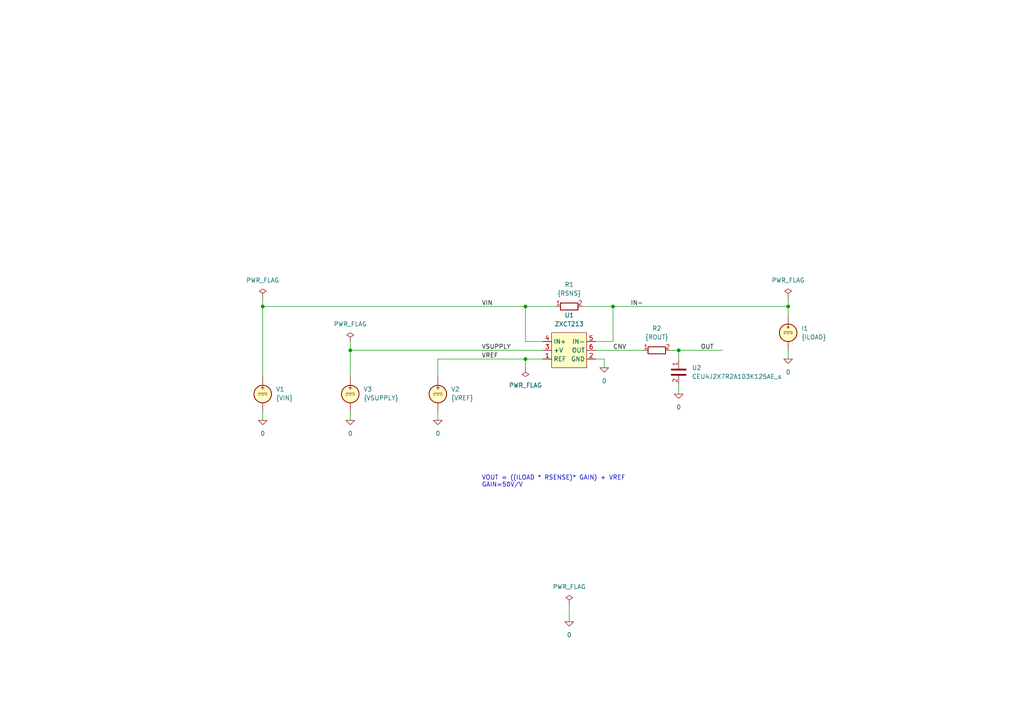
<source format=kicad_sch>
(kicad_sch
	(version 20250114)
	(generator "eeschema")
	(generator_version "9.0")
	(uuid "ebfa89fd-44cf-4799-b7a4-919a4ac4099f")
	(paper "A4")
	(title_block
		(title "26V, Zero-Drift, High-Precision Current Monitor. 50V/V.")
		(date "2025-06-23")
		(rev "1")
		(company "astroelectronic@")
		(comment 1 "-")
		(comment 2 "-")
		(comment 3 "-")
		(comment 4 "AE01001213")
	)
	(lib_symbols
		(symbol "ZXCT213:0"
			(power)
			(pin_numbers
				(hide yes)
			)
			(pin_names
				(offset 0)
				(hide yes)
			)
			(exclude_from_sim no)
			(in_bom yes)
			(on_board yes)
			(property "Reference" "#GND"
				(at 0 -5.08 0)
				(effects
					(font
						(size 1.27 1.27)
					)
					(hide yes)
				)
			)
			(property "Value" "0"
				(at 0 -2.54 0)
				(effects
					(font
						(size 1.27 1.27)
					)
				)
			)
			(property "Footprint" ""
				(at 0 0 0)
				(effects
					(font
						(size 1.27 1.27)
					)
					(hide yes)
				)
			)
			(property "Datasheet" "https://ngspice.sourceforge.io/docs/ngspice-html-manual/manual.xhtml#subsec_Circuit_elements__device"
				(at 0 -10.16 0)
				(effects
					(font
						(size 1.27 1.27)
					)
					(hide yes)
				)
			)
			(property "Description" "0V reference potential for simulation"
				(at 0 -7.62 0)
				(effects
					(font
						(size 1.27 1.27)
					)
					(hide yes)
				)
			)
			(property "ki_keywords" "simulation"
				(at 0 0 0)
				(effects
					(font
						(size 1.27 1.27)
					)
					(hide yes)
				)
			)
			(symbol "0_0_1"
				(polyline
					(pts
						(xy -1.27 0) (xy 0 -1.27) (xy 1.27 0) (xy -1.27 0)
					)
					(stroke
						(width 0)
						(type default)
					)
					(fill
						(type none)
					)
				)
			)
			(symbol "0_1_1"
				(pin power_in line
					(at 0 0 0)
					(length 0)
					(name "~"
						(effects
							(font
								(size 1.016 1.016)
							)
						)
					)
					(number "1"
						(effects
							(font
								(size 1.016 1.016)
							)
						)
					)
				)
			)
			(embedded_fonts no)
		)
		(symbol "ZXCT213:C"
			(pin_names
				(offset 0.254)
				(hide yes)
			)
			(exclude_from_sim no)
			(in_bom yes)
			(on_board yes)
			(property "Reference" "C"
				(at 0.635 2.54 0)
				(effects
					(font
						(size 1.27 1.27)
					)
					(justify left)
				)
			)
			(property "Value" "C"
				(at 0.635 -2.54 0)
				(effects
					(font
						(size 1.27 1.27)
					)
					(justify left)
				)
			)
			(property "Footprint" ""
				(at 0.9652 -3.81 0)
				(effects
					(font
						(size 1.27 1.27)
					)
					(hide yes)
				)
			)
			(property "Datasheet" "~"
				(at 0 0 0)
				(effects
					(font
						(size 1.27 1.27)
					)
					(hide yes)
				)
			)
			(property "Description" "Unpolarized capacitor"
				(at 0 0 0)
				(effects
					(font
						(size 1.27 1.27)
					)
					(hide yes)
				)
			)
			(property "ki_keywords" "cap capacitor"
				(at 0 0 0)
				(effects
					(font
						(size 1.27 1.27)
					)
					(hide yes)
				)
			)
			(property "ki_fp_filters" "C_*"
				(at 0 0 0)
				(effects
					(font
						(size 1.27 1.27)
					)
					(hide yes)
				)
			)
			(symbol "C_0_1"
				(polyline
					(pts
						(xy -2.032 0.762) (xy 2.032 0.762)
					)
					(stroke
						(width 0.508)
						(type default)
					)
					(fill
						(type none)
					)
				)
				(polyline
					(pts
						(xy -2.032 -0.762) (xy 2.032 -0.762)
					)
					(stroke
						(width 0.508)
						(type default)
					)
					(fill
						(type none)
					)
				)
			)
			(symbol "C_1_1"
				(pin passive line
					(at 0 3.81 270)
					(length 2.794)
					(name "~"
						(effects
							(font
								(size 1.27 1.27)
							)
						)
					)
					(number "1"
						(effects
							(font
								(size 1.27 1.27)
							)
						)
					)
				)
				(pin passive line
					(at 0 -3.81 90)
					(length 2.794)
					(name "~"
						(effects
							(font
								(size 1.27 1.27)
							)
						)
					)
					(number "2"
						(effects
							(font
								(size 1.27 1.27)
							)
						)
					)
				)
			)
			(embedded_fonts no)
		)
		(symbol "ZXCT213:IDC"
			(pin_numbers
				(hide yes)
			)
			(pin_names
				(offset 0.0254)
			)
			(exclude_from_sim no)
			(in_bom yes)
			(on_board yes)
			(property "Reference" "I"
				(at 2.54 2.54 0)
				(effects
					(font
						(size 1.27 1.27)
					)
					(justify left)
				)
			)
			(property "Value" "1"
				(at 2.54 0 0)
				(effects
					(font
						(size 1.27 1.27)
					)
					(justify left)
				)
			)
			(property "Footprint" ""
				(at 0 0 0)
				(effects
					(font
						(size 1.27 1.27)
					)
					(hide yes)
				)
			)
			(property "Datasheet" "https://ngspice.sourceforge.io/docs/ngspice-html-manual/manual.xhtml#sec_Independent_Sources_for"
				(at 0 0 0)
				(effects
					(font
						(size 1.27 1.27)
					)
					(hide yes)
				)
			)
			(property "Description" "Current source, DC"
				(at 0 0 0)
				(effects
					(font
						(size 1.27 1.27)
					)
					(hide yes)
				)
			)
			(property "Sim.Pins" "1=+ 2=-"
				(at 0 0 0)
				(effects
					(font
						(size 1.27 1.27)
					)
					(hide yes)
				)
			)
			(property "Sim.Type" "DC"
				(at 0 0 0)
				(effects
					(font
						(size 1.27 1.27)
					)
					(hide yes)
				)
			)
			(property "Sim.Device" "I"
				(at 0 0 0)
				(effects
					(font
						(size 1.27 1.27)
					)
					(hide yes)
				)
			)
			(property "ki_keywords" "simulation"
				(at 0 0 0)
				(effects
					(font
						(size 1.27 1.27)
					)
					(hide yes)
				)
			)
			(symbol "IDC_0_0"
				(polyline
					(pts
						(xy -1.27 0.254) (xy 1.27 0.254)
					)
					(stroke
						(width 0)
						(type default)
					)
					(fill
						(type none)
					)
				)
				(polyline
					(pts
						(xy -0.762 -0.254) (xy -1.27 -0.254)
					)
					(stroke
						(width 0)
						(type default)
					)
					(fill
						(type none)
					)
				)
				(polyline
					(pts
						(xy 0.254 -0.254) (xy -0.254 -0.254)
					)
					(stroke
						(width 0)
						(type default)
					)
					(fill
						(type none)
					)
				)
				(polyline
					(pts
						(xy 1.27 -0.254) (xy 0.762 -0.254)
					)
					(stroke
						(width 0)
						(type default)
					)
					(fill
						(type none)
					)
				)
			)
			(symbol "IDC_0_1"
				(polyline
					(pts
						(xy -0.254 1.778) (xy 0 1.27) (xy 0.254 1.778)
					)
					(stroke
						(width 0)
						(type default)
					)
					(fill
						(type none)
					)
				)
				(polyline
					(pts
						(xy 0 1.27) (xy 0 2.286)
					)
					(stroke
						(width 0)
						(type default)
					)
					(fill
						(type none)
					)
				)
				(circle
					(center 0 0)
					(radius 2.54)
					(stroke
						(width 0.254)
						(type default)
					)
					(fill
						(type background)
					)
				)
			)
			(symbol "IDC_1_1"
				(pin passive line
					(at 0 5.08 270)
					(length 2.54)
					(name "~"
						(effects
							(font
								(size 1.27 1.27)
							)
						)
					)
					(number "1"
						(effects
							(font
								(size 1.27 1.27)
							)
						)
					)
				)
				(pin passive line
					(at 0 -5.08 90)
					(length 2.54)
					(name "~"
						(effects
							(font
								(size 1.27 1.27)
							)
						)
					)
					(number "2"
						(effects
							(font
								(size 1.27 1.27)
							)
						)
					)
				)
			)
			(embedded_fonts no)
		)
		(symbol "ZXCT213:PWR_FLAG"
			(power)
			(pin_numbers
				(hide yes)
			)
			(pin_names
				(offset 0)
				(hide yes)
			)
			(exclude_from_sim no)
			(in_bom yes)
			(on_board yes)
			(property "Reference" "#FLG"
				(at 0 1.905 0)
				(effects
					(font
						(size 1.27 1.27)
					)
					(hide yes)
				)
			)
			(property "Value" "PWR_FLAG"
				(at 0 3.81 0)
				(effects
					(font
						(size 1.27 1.27)
					)
				)
			)
			(property "Footprint" ""
				(at 0 0 0)
				(effects
					(font
						(size 1.27 1.27)
					)
					(hide yes)
				)
			)
			(property "Datasheet" "~"
				(at 0 0 0)
				(effects
					(font
						(size 1.27 1.27)
					)
					(hide yes)
				)
			)
			(property "Description" "Special symbol for telling ERC where power comes from"
				(at 0 0 0)
				(effects
					(font
						(size 1.27 1.27)
					)
					(hide yes)
				)
			)
			(property "ki_keywords" "flag power"
				(at 0 0 0)
				(effects
					(font
						(size 1.27 1.27)
					)
					(hide yes)
				)
			)
			(symbol "PWR_FLAG_0_0"
				(pin power_out line
					(at 0 0 90)
					(length 0)
					(name "~"
						(effects
							(font
								(size 1.27 1.27)
							)
						)
					)
					(number "1"
						(effects
							(font
								(size 1.27 1.27)
							)
						)
					)
				)
			)
			(symbol "PWR_FLAG_0_1"
				(polyline
					(pts
						(xy 0 0) (xy 0 1.27) (xy -1.016 1.905) (xy 0 2.54) (xy 1.016 1.905) (xy 0 1.27)
					)
					(stroke
						(width 0)
						(type default)
					)
					(fill
						(type none)
					)
				)
			)
			(embedded_fonts no)
		)
		(symbol "ZXCT213:R"
			(pin_names
				(offset 0)
				(hide yes)
			)
			(exclude_from_sim no)
			(in_bom yes)
			(on_board yes)
			(property "Reference" "R"
				(at 2.032 0 90)
				(effects
					(font
						(size 1.27 1.27)
					)
				)
			)
			(property "Value" "R"
				(at 0 0 90)
				(effects
					(font
						(size 1.27 1.27)
					)
				)
			)
			(property "Footprint" ""
				(at -1.778 0 90)
				(effects
					(font
						(size 1.27 1.27)
					)
					(hide yes)
				)
			)
			(property "Datasheet" "~"
				(at 0 0 0)
				(effects
					(font
						(size 1.27 1.27)
					)
					(hide yes)
				)
			)
			(property "Description" "Resistor"
				(at 0 0 0)
				(effects
					(font
						(size 1.27 1.27)
					)
					(hide yes)
				)
			)
			(property "ki_keywords" "R res resistor"
				(at 0 0 0)
				(effects
					(font
						(size 1.27 1.27)
					)
					(hide yes)
				)
			)
			(property "ki_fp_filters" "R_*"
				(at 0 0 0)
				(effects
					(font
						(size 1.27 1.27)
					)
					(hide yes)
				)
			)
			(symbol "R_0_1"
				(rectangle
					(start -1.016 -2.54)
					(end 1.016 2.54)
					(stroke
						(width 0.254)
						(type default)
					)
					(fill
						(type none)
					)
				)
			)
			(symbol "R_1_1"
				(pin passive line
					(at 0 3.81 270)
					(length 1.27)
					(name "~"
						(effects
							(font
								(size 1.27 1.27)
							)
						)
					)
					(number "1"
						(effects
							(font
								(size 1.27 1.27)
							)
						)
					)
				)
				(pin passive line
					(at 0 -3.81 90)
					(length 1.27)
					(name "~"
						(effects
							(font
								(size 1.27 1.27)
							)
						)
					)
					(number "2"
						(effects
							(font
								(size 1.27 1.27)
							)
						)
					)
				)
			)
			(embedded_fonts no)
		)
		(symbol "ZXCT213:VDC"
			(pin_numbers
				(hide yes)
			)
			(pin_names
				(offset 0.0254)
			)
			(exclude_from_sim no)
			(in_bom yes)
			(on_board yes)
			(property "Reference" "V"
				(at 2.54 2.54 0)
				(effects
					(font
						(size 1.27 1.27)
					)
					(justify left)
				)
			)
			(property "Value" "1"
				(at 2.54 0 0)
				(effects
					(font
						(size 1.27 1.27)
					)
					(justify left)
				)
			)
			(property "Footprint" ""
				(at 0 0 0)
				(effects
					(font
						(size 1.27 1.27)
					)
					(hide yes)
				)
			)
			(property "Datasheet" "https://ngspice.sourceforge.io/docs/ngspice-html-manual/manual.xhtml#sec_Independent_Sources_for"
				(at 0 0 0)
				(effects
					(font
						(size 1.27 1.27)
					)
					(hide yes)
				)
			)
			(property "Description" "Voltage source, DC"
				(at 0 0 0)
				(effects
					(font
						(size 1.27 1.27)
					)
					(hide yes)
				)
			)
			(property "Sim.Pins" "1=+ 2=-"
				(at 0 0 0)
				(effects
					(font
						(size 1.27 1.27)
					)
					(hide yes)
				)
			)
			(property "Sim.Type" "DC"
				(at 0 0 0)
				(effects
					(font
						(size 1.27 1.27)
					)
					(hide yes)
				)
			)
			(property "Sim.Device" "V"
				(at 0 0 0)
				(effects
					(font
						(size 1.27 1.27)
					)
					(justify left)
					(hide yes)
				)
			)
			(property "ki_keywords" "simulation"
				(at 0 0 0)
				(effects
					(font
						(size 1.27 1.27)
					)
					(hide yes)
				)
			)
			(symbol "VDC_0_0"
				(polyline
					(pts
						(xy -1.27 0.254) (xy 1.27 0.254)
					)
					(stroke
						(width 0)
						(type default)
					)
					(fill
						(type none)
					)
				)
				(polyline
					(pts
						(xy -0.762 -0.254) (xy -1.27 -0.254)
					)
					(stroke
						(width 0)
						(type default)
					)
					(fill
						(type none)
					)
				)
				(polyline
					(pts
						(xy 0.254 -0.254) (xy -0.254 -0.254)
					)
					(stroke
						(width 0)
						(type default)
					)
					(fill
						(type none)
					)
				)
				(polyline
					(pts
						(xy 1.27 -0.254) (xy 0.762 -0.254)
					)
					(stroke
						(width 0)
						(type default)
					)
					(fill
						(type none)
					)
				)
				(text "+"
					(at 0 1.905 0)
					(effects
						(font
							(size 1.27 1.27)
						)
					)
				)
			)
			(symbol "VDC_0_1"
				(circle
					(center 0 0)
					(radius 2.54)
					(stroke
						(width 0.254)
						(type default)
					)
					(fill
						(type background)
					)
				)
			)
			(symbol "VDC_1_1"
				(pin passive line
					(at 0 5.08 270)
					(length 2.54)
					(name "~"
						(effects
							(font
								(size 1.27 1.27)
							)
						)
					)
					(number "1"
						(effects
							(font
								(size 1.27 1.27)
							)
						)
					)
				)
				(pin passive line
					(at 0 -5.08 90)
					(length 2.54)
					(name "~"
						(effects
							(font
								(size 1.27 1.27)
							)
						)
					)
					(number "2"
						(effects
							(font
								(size 1.27 1.27)
							)
						)
					)
				)
			)
			(embedded_fonts no)
		)
		(symbol "ZXCT213:ZXCT213"
			(exclude_from_sim no)
			(in_bom yes)
			(on_board yes)
			(property "Reference" "U"
				(at 0 8.636 0)
				(effects
					(font
						(size 1.27 1.27)
					)
				)
			)
			(property "Value" "ZXCT213"
				(at 0 6.35 0)
				(effects
					(font
						(size 1.27 1.27)
					)
				)
			)
			(property "Footprint" ""
				(at 0 0 0)
				(effects
					(font
						(size 1.27 1.27)
					)
					(hide yes)
				)
			)
			(property "Datasheet" ""
				(at 0 0 0)
				(effects
					(font
						(size 1.27 1.27)
					)
					(hide yes)
				)
			)
			(property "Description" ""
				(at 0 0 0)
				(effects
					(font
						(size 1.27 1.27)
					)
					(hide yes)
				)
			)
			(symbol "ZXCT213_1_1"
				(rectangle
					(start -5.08 5.08)
					(end 5.08 -5.08)
					(stroke
						(width 0)
						(type solid)
					)
					(fill
						(type background)
					)
				)
				(pin passive line
					(at -7.62 2.54 0)
					(length 2.54)
					(name "IN+"
						(effects
							(font
								(size 1.27 1.27)
							)
						)
					)
					(number "4"
						(effects
							(font
								(size 1.27 1.27)
							)
						)
					)
				)
				(pin passive line
					(at -7.62 0 0)
					(length 2.54)
					(name "+V"
						(effects
							(font
								(size 1.27 1.27)
							)
						)
					)
					(number "3"
						(effects
							(font
								(size 1.27 1.27)
							)
						)
					)
				)
				(pin passive line
					(at -7.62 -2.54 0)
					(length 2.54)
					(name "REF"
						(effects
							(font
								(size 1.27 1.27)
							)
						)
					)
					(number "1"
						(effects
							(font
								(size 1.27 1.27)
							)
						)
					)
				)
				(pin passive line
					(at 7.62 2.54 180)
					(length 2.54)
					(name "IN-"
						(effects
							(font
								(size 1.27 1.27)
							)
						)
					)
					(number "5"
						(effects
							(font
								(size 1.27 1.27)
							)
						)
					)
				)
				(pin passive line
					(at 7.62 0 180)
					(length 2.54)
					(name "OUT"
						(effects
							(font
								(size 1.27 1.27)
							)
						)
					)
					(number "6"
						(effects
							(font
								(size 1.27 1.27)
							)
						)
					)
				)
				(pin passive line
					(at 7.62 -2.54 180)
					(length 2.54)
					(name "GND"
						(effects
							(font
								(size 1.27 1.27)
							)
						)
					)
					(number "2"
						(effects
							(font
								(size 1.27 1.27)
							)
						)
					)
				)
			)
			(embedded_fonts no)
		)
	)
	(text "VOUT = ((ILOAD * RSENSE)* GAIN) + VREF\nGAIN=50V/V"
		(exclude_from_sim no)
		(at 139.7 139.7 0)
		(effects
			(font
				(size 1.27 1.27)
			)
			(justify left)
		)
		(uuid "474c4ae0-d46f-4342-8340-47dcce335680")
	)
	(junction
		(at 76.2 88.9)
		(diameter 0)
		(color 0 0 0 0)
		(uuid "17b4aed6-214b-4c3f-9c4b-b85d4c21f05e")
	)
	(junction
		(at 196.85 101.6)
		(diameter 0)
		(color 0 0 0 0)
		(uuid "1f6b0dad-f097-4c4e-9df0-2daed4b4dca3")
	)
	(junction
		(at 101.6 101.6)
		(diameter 0)
		(color 0 0 0 0)
		(uuid "221f53d0-8332-4ada-ac5a-2ef811d40088")
	)
	(junction
		(at 152.4 88.9)
		(diameter 0)
		(color 0 0 0 0)
		(uuid "2d957b27-8ab3-433d-9ebf-88e119ff904c")
	)
	(junction
		(at 228.6 88.9)
		(diameter 0)
		(color 0 0 0 0)
		(uuid "a1702803-f611-4103-87d7-99d35b925dcb")
	)
	(junction
		(at 177.8 88.9)
		(diameter 0)
		(color 0 0 0 0)
		(uuid "d9920784-b4b0-4bdc-aee5-fecc8d048d97")
	)
	(junction
		(at 152.4 104.14)
		(diameter 0)
		(color 0 0 0 0)
		(uuid "f9ae9870-3498-4950-ac90-5e85a1c6cd32")
	)
	(wire
		(pts
			(xy 76.2 88.9) (xy 76.2 109.22)
		)
		(stroke
			(width 0)
			(type default)
		)
		(uuid "00071c9f-f7f6-4408-8fe9-77d1f39841a9")
	)
	(wire
		(pts
			(xy 165.1 175.26) (xy 165.1 180.34)
		)
		(stroke
			(width 0)
			(type default)
		)
		(uuid "0780dd97-6033-4406-bdf4-c8d9a87e6b75")
	)
	(wire
		(pts
			(xy 127 104.14) (xy 127 109.22)
		)
		(stroke
			(width 0)
			(type default)
		)
		(uuid "0b57d6cb-18f4-41f1-813c-657ef00ceacf")
	)
	(wire
		(pts
			(xy 228.6 101.6) (xy 228.6 104.14)
		)
		(stroke
			(width 0)
			(type default)
		)
		(uuid "0c2e21e8-39a9-4b35-8920-65c30c75bc7c")
	)
	(wire
		(pts
			(xy 152.4 104.14) (xy 157.48 104.14)
		)
		(stroke
			(width 0)
			(type default)
		)
		(uuid "14825f4f-a5b6-4f7f-a0aa-f75d9917c2d7")
	)
	(wire
		(pts
			(xy 172.72 101.6) (xy 186.69 101.6)
		)
		(stroke
			(width 0)
			(type default)
		)
		(uuid "18056f70-abc5-4c8c-ba23-58786c548584")
	)
	(wire
		(pts
			(xy 127 104.14) (xy 152.4 104.14)
		)
		(stroke
			(width 0)
			(type default)
		)
		(uuid "26f7dcfe-337e-42fa-ad09-79948fe8191f")
	)
	(wire
		(pts
			(xy 152.4 88.9) (xy 161.29 88.9)
		)
		(stroke
			(width 0)
			(type default)
		)
		(uuid "2c404622-ffac-40dd-9d0a-d02fe32cda33")
	)
	(wire
		(pts
			(xy 228.6 86.36) (xy 228.6 88.9)
		)
		(stroke
			(width 0)
			(type default)
		)
		(uuid "326a07ae-34ad-4de2-8716-be9f843ba4a1")
	)
	(wire
		(pts
			(xy 101.6 101.6) (xy 101.6 109.22)
		)
		(stroke
			(width 0)
			(type default)
		)
		(uuid "395c41d6-d9d6-4400-8933-cce09a4d1f2e")
	)
	(wire
		(pts
			(xy 101.6 119.38) (xy 101.6 121.92)
		)
		(stroke
			(width 0)
			(type default)
		)
		(uuid "46c7c2e6-978f-43a4-8a5d-9f70896306ff")
	)
	(wire
		(pts
			(xy 175.26 104.14) (xy 172.72 104.14)
		)
		(stroke
			(width 0)
			(type default)
		)
		(uuid "4c588129-cb3f-4e8b-91ee-94cdc29de2d5")
	)
	(wire
		(pts
			(xy 76.2 119.38) (xy 76.2 121.92)
		)
		(stroke
			(width 0)
			(type default)
		)
		(uuid "4c91f8d7-7639-4b58-8d53-9e39e01ae97d")
	)
	(wire
		(pts
			(xy 101.6 99.06) (xy 101.6 101.6)
		)
		(stroke
			(width 0)
			(type default)
		)
		(uuid "5b80f6ba-4726-42da-90eb-6b2b5793882e")
	)
	(wire
		(pts
			(xy 76.2 88.9) (xy 152.4 88.9)
		)
		(stroke
			(width 0)
			(type default)
		)
		(uuid "60e5235e-f4b2-4dfe-a0e5-7a388cbfbc63")
	)
	(wire
		(pts
			(xy 177.8 88.9) (xy 168.91 88.9)
		)
		(stroke
			(width 0)
			(type default)
		)
		(uuid "6f3b8694-d16f-4b5b-b0b5-59a2e7494ae8")
	)
	(wire
		(pts
			(xy 157.48 99.06) (xy 152.4 99.06)
		)
		(stroke
			(width 0)
			(type default)
		)
		(uuid "73735c86-58fb-45af-a605-8f99585a9135")
	)
	(wire
		(pts
			(xy 127 119.38) (xy 127 121.92)
		)
		(stroke
			(width 0)
			(type default)
		)
		(uuid "76742a07-3f80-40d2-a005-a33b29760018")
	)
	(wire
		(pts
			(xy 194.31 101.6) (xy 196.85 101.6)
		)
		(stroke
			(width 0)
			(type default)
		)
		(uuid "7ad84d0d-268c-48b8-8c32-e0c7ffee3f6d")
	)
	(wire
		(pts
			(xy 196.85 111.76) (xy 196.85 114.3)
		)
		(stroke
			(width 0)
			(type default)
		)
		(uuid "7ede825b-45ab-46f9-8dff-1a44bd72ae14")
	)
	(wire
		(pts
			(xy 172.72 99.06) (xy 177.8 99.06)
		)
		(stroke
			(width 0)
			(type default)
		)
		(uuid "84467c26-89bd-40aa-b2c5-a63923232819")
	)
	(wire
		(pts
			(xy 101.6 101.6) (xy 157.48 101.6)
		)
		(stroke
			(width 0)
			(type default)
		)
		(uuid "942d2615-a137-4d7a-8148-f4db01cc7d37")
	)
	(wire
		(pts
			(xy 175.26 106.68) (xy 175.26 104.14)
		)
		(stroke
			(width 0)
			(type default)
		)
		(uuid "9620ea5e-f85a-458c-8125-c1fcd4210107")
	)
	(wire
		(pts
			(xy 196.85 101.6) (xy 209.55 101.6)
		)
		(stroke
			(width 0)
			(type default)
		)
		(uuid "a329c382-85c1-4567-b0f7-82ed6de83d76")
	)
	(wire
		(pts
			(xy 152.4 104.14) (xy 152.4 106.68)
		)
		(stroke
			(width 0)
			(type default)
		)
		(uuid "a819a8c4-8fb9-41df-a1f5-da4acb4aaca6")
	)
	(wire
		(pts
			(xy 177.8 99.06) (xy 177.8 88.9)
		)
		(stroke
			(width 0)
			(type default)
		)
		(uuid "c2532460-9cae-4914-b57a-8038d0fe8ba0")
	)
	(wire
		(pts
			(xy 196.85 101.6) (xy 196.85 104.14)
		)
		(stroke
			(width 0)
			(type default)
		)
		(uuid "dd7e47ac-f40c-4169-ad29-0d64608d2e08")
	)
	(wire
		(pts
			(xy 76.2 86.36) (xy 76.2 88.9)
		)
		(stroke
			(width 0)
			(type default)
		)
		(uuid "e371eadd-95a4-4788-b646-004aa2e0aefd")
	)
	(wire
		(pts
			(xy 152.4 99.06) (xy 152.4 88.9)
		)
		(stroke
			(width 0)
			(type default)
		)
		(uuid "e43cfb67-c90f-496e-a96a-44b0e21d5d08")
	)
	(wire
		(pts
			(xy 228.6 88.9) (xy 228.6 91.44)
		)
		(stroke
			(width 0)
			(type default)
		)
		(uuid "f59d2a73-3f65-4962-beeb-8ff40edd887f")
	)
	(wire
		(pts
			(xy 177.8 88.9) (xy 228.6 88.9)
		)
		(stroke
			(width 0)
			(type default)
		)
		(uuid "fc6e4f32-5d47-497d-bca8-f30654af5a6c")
	)
	(label "CNV"
		(at 177.8 101.6 0)
		(effects
			(font
				(size 1.27 1.27)
			)
			(justify left bottom)
		)
		(uuid "32696eec-cf52-49e1-8673-cc621e597a48")
	)
	(label "VREF"
		(at 139.7 104.14 0)
		(effects
			(font
				(size 1.27 1.27)
			)
			(justify left bottom)
		)
		(uuid "3fcae7a8-b3a7-4ee2-a4be-71d44ba648d0")
	)
	(label "OUT"
		(at 203.2 101.6 0)
		(effects
			(font
				(size 1.27 1.27)
			)
			(justify left bottom)
		)
		(uuid "947e474b-1e17-4d96-a7c8-b22cd25b42d0")
	)
	(label "IN-"
		(at 182.88 88.9 0)
		(effects
			(font
				(size 1.27 1.27)
			)
			(justify left bottom)
		)
		(uuid "951c97fe-197c-42fb-8d4e-fb095d340900")
	)
	(label "VSUPPLY"
		(at 139.7 101.6 0)
		(effects
			(font
				(size 1.27 1.27)
			)
			(justify left bottom)
		)
		(uuid "c550ef41-1aab-44af-a585-063cb2114061")
	)
	(label "VIN"
		(at 139.7 88.9 0)
		(effects
			(font
				(size 1.27 1.27)
			)
			(justify left bottom)
		)
		(uuid "f836ac71-2295-403d-8350-04268353b350")
	)
	(symbol
		(lib_id "ZXCT213:R")
		(at 165.1 88.9 90)
		(unit 1)
		(exclude_from_sim no)
		(in_bom yes)
		(on_board yes)
		(dnp no)
		(fields_autoplaced yes)
		(uuid "0c7cd91c-c0e7-4c64-adc8-61d938c1cda4")
		(property "Reference" "R1"
			(at 165.1 82.55 90)
			(effects
				(font
					(size 1.27 1.27)
				)
			)
		)
		(property "Value" "{RSNS}"
			(at 165.1 85.09 90)
			(effects
				(font
					(size 1.27 1.27)
				)
			)
		)
		(property "Footprint" ""
			(at 165.1 90.678 90)
			(effects
				(font
					(size 1.27 1.27)
				)
				(hide yes)
			)
		)
		(property "Datasheet" "~"
			(at 165.1 88.9 0)
			(effects
				(font
					(size 1.27 1.27)
				)
				(hide yes)
			)
		)
		(property "Description" "Resistor"
			(at 165.1 88.9 0)
			(effects
				(font
					(size 1.27 1.27)
				)
				(hide yes)
			)
		)
		(pin "2"
			(uuid "f3f21b90-08da-4eb0-bd89-61f241db5ebd")
		)
		(pin "1"
			(uuid "c0e3f967-b0f6-46f1-a443-dc201580d94e")
		)
		(instances
			(project "ZXCT213"
				(path "/ebfa89fd-44cf-4799-b7a4-919a4ac4099f"
					(reference "R1")
					(unit 1)
				)
			)
		)
	)
	(symbol
		(lib_id "ZXCT213:0")
		(at 175.26 106.68 0)
		(unit 1)
		(exclude_from_sim no)
		(in_bom yes)
		(on_board yes)
		(dnp no)
		(fields_autoplaced yes)
		(uuid "1131f058-b6cd-40f2-aa93-900d693e5a89")
		(property "Reference" "#GND03"
			(at 175.26 111.76 0)
			(effects
				(font
					(size 1.27 1.27)
				)
				(hide yes)
			)
		)
		(property "Value" "0"
			(at 175.26 110.49 0)
			(effects
				(font
					(size 1.27 1.27)
				)
			)
		)
		(property "Footprint" ""
			(at 175.26 106.68 0)
			(effects
				(font
					(size 1.27 1.27)
				)
				(hide yes)
			)
		)
		(property "Datasheet" "https://ngspice.sourceforge.io/docs/ngspice-html-manual/manual.xhtml#subsec_Circuit_elements__device"
			(at 175.26 116.84 0)
			(effects
				(font
					(size 1.27 1.27)
				)
				(hide yes)
			)
		)
		(property "Description" "0V reference potential for simulation"
			(at 175.26 114.3 0)
			(effects
				(font
					(size 1.27 1.27)
				)
				(hide yes)
			)
		)
		(pin "1"
			(uuid "98fc72b7-5733-4bb5-b7ae-146d94d91e07")
		)
		(instances
			(project "ZXCT213"
				(path "/ebfa89fd-44cf-4799-b7a4-919a4ac4099f"
					(reference "#GND03")
					(unit 1)
				)
			)
		)
	)
	(symbol
		(lib_id "ZXCT213:VDC")
		(at 101.6 114.3 0)
		(unit 1)
		(exclude_from_sim no)
		(in_bom yes)
		(on_board yes)
		(dnp no)
		(fields_autoplaced yes)
		(uuid "305af13e-e1c2-412b-ad8f-1e8c021c7630")
		(property "Reference" "V3"
			(at 105.41 112.9001 0)
			(effects
				(font
					(size 1.27 1.27)
				)
				(justify left)
			)
		)
		(property "Value" "{VSUPPLY}"
			(at 105.41 115.4401 0)
			(effects
				(font
					(size 1.27 1.27)
				)
				(justify left)
			)
		)
		(property "Footprint" ""
			(at 101.6 114.3 0)
			(effects
				(font
					(size 1.27 1.27)
				)
				(hide yes)
			)
		)
		(property "Datasheet" "https://ngspice.sourceforge.io/docs/ngspice-html-manual/manual.xhtml#sec_Independent_Sources_for"
			(at 101.6 114.3 0)
			(effects
				(font
					(size 1.27 1.27)
				)
				(hide yes)
			)
		)
		(property "Description" "Voltage source, DC"
			(at 101.6 114.3 0)
			(effects
				(font
					(size 1.27 1.27)
				)
				(hide yes)
			)
		)
		(property "Sim.Pins" "1=+ 2=-"
			(at 101.6 114.3 0)
			(effects
				(font
					(size 1.27 1.27)
				)
				(hide yes)
			)
		)
		(property "Sim.Type" "DC"
			(at 101.6 114.3 0)
			(effects
				(font
					(size 1.27 1.27)
				)
				(hide yes)
			)
		)
		(property "Sim.Device" "V"
			(at 101.6 114.3 0)
			(effects
				(font
					(size 1.27 1.27)
				)
				(justify left)
				(hide yes)
			)
		)
		(pin "1"
			(uuid "3ac4f2dd-88d2-4d82-a1be-5bf43375448a")
		)
		(pin "2"
			(uuid "e93c9aef-7d62-43a0-81c0-7536d160ee4d")
		)
		(instances
			(project "ZXCT213"
				(path "/ebfa89fd-44cf-4799-b7a4-919a4ac4099f"
					(reference "V3")
					(unit 1)
				)
			)
		)
	)
	(symbol
		(lib_id "ZXCT213:R")
		(at 190.5 101.6 90)
		(unit 1)
		(exclude_from_sim no)
		(in_bom yes)
		(on_board yes)
		(dnp no)
		(fields_autoplaced yes)
		(uuid "433e41b9-94f5-4a9a-ab82-c3426a2f00d5")
		(property "Reference" "R2"
			(at 190.5 95.25 90)
			(effects
				(font
					(size 1.27 1.27)
				)
			)
		)
		(property "Value" "{ROUT}"
			(at 190.5 97.79 90)
			(effects
				(font
					(size 1.27 1.27)
				)
			)
		)
		(property "Footprint" ""
			(at 190.5 103.378 90)
			(effects
				(font
					(size 1.27 1.27)
				)
				(hide yes)
			)
		)
		(property "Datasheet" "~"
			(at 190.5 101.6 0)
			(effects
				(font
					(size 1.27 1.27)
				)
				(hide yes)
			)
		)
		(property "Description" "Resistor"
			(at 190.5 101.6 0)
			(effects
				(font
					(size 1.27 1.27)
				)
				(hide yes)
			)
		)
		(pin "1"
			(uuid "1ff46e8e-c297-454c-b2c3-e485f03ec0e0")
		)
		(pin "2"
			(uuid "22080368-1c3f-47a2-b5af-be61e27138ec")
		)
		(instances
			(project "ZXCT213"
				(path "/ebfa89fd-44cf-4799-b7a4-919a4ac4099f"
					(reference "R2")
					(unit 1)
				)
			)
		)
	)
	(symbol
		(lib_id "ZXCT213:VDC")
		(at 127 114.3 0)
		(unit 1)
		(exclude_from_sim no)
		(in_bom yes)
		(on_board yes)
		(dnp no)
		(fields_autoplaced yes)
		(uuid "50c67927-cf69-4f2d-8485-0d6ab0f6578c")
		(property "Reference" "V2"
			(at 130.81 112.9001 0)
			(effects
				(font
					(size 1.27 1.27)
				)
				(justify left)
			)
		)
		(property "Value" "{VREF}"
			(at 130.81 115.4401 0)
			(effects
				(font
					(size 1.27 1.27)
				)
				(justify left)
			)
		)
		(property "Footprint" ""
			(at 127 114.3 0)
			(effects
				(font
					(size 1.27 1.27)
				)
				(hide yes)
			)
		)
		(property "Datasheet" "https://ngspice.sourceforge.io/docs/ngspice-html-manual/manual.xhtml#sec_Independent_Sources_for"
			(at 127 114.3 0)
			(effects
				(font
					(size 1.27 1.27)
				)
				(hide yes)
			)
		)
		(property "Description" "Voltage source, DC"
			(at 127 114.3 0)
			(effects
				(font
					(size 1.27 1.27)
				)
				(hide yes)
			)
		)
		(property "Sim.Pins" "1=+ 2=-"
			(at 127 114.3 0)
			(effects
				(font
					(size 1.27 1.27)
				)
				(hide yes)
			)
		)
		(property "Sim.Type" "DC"
			(at 127 114.3 0)
			(effects
				(font
					(size 1.27 1.27)
				)
				(hide yes)
			)
		)
		(property "Sim.Device" "V"
			(at 127 114.3 0)
			(effects
				(font
					(size 1.27 1.27)
				)
				(justify left)
				(hide yes)
			)
		)
		(pin "1"
			(uuid "3629ff4d-9bb1-48b4-be7f-b29f72b47046")
		)
		(pin "2"
			(uuid "eaf1f530-9dd1-4817-9fc2-1e9bc2d70c3a")
		)
		(instances
			(project "ZXCT213"
				(path "/ebfa89fd-44cf-4799-b7a4-919a4ac4099f"
					(reference "V2")
					(unit 1)
				)
			)
		)
	)
	(symbol
		(lib_id "ZXCT213:C")
		(at 196.85 107.95 0)
		(unit 1)
		(exclude_from_sim no)
		(in_bom yes)
		(on_board yes)
		(dnp no)
		(fields_autoplaced yes)
		(uuid "55e7f736-2a84-4b0b-ad25-6cf0456dd4be")
		(property "Reference" "U2"
			(at 200.66 106.6799 0)
			(effects
				(font
					(size 1.27 1.27)
				)
				(justify left)
			)
		)
		(property "Value" "CEU4J2X7R2A103K125AE_s"
			(at 200.66 109.2199 0)
			(effects
				(font
					(size 1.27 1.27)
				)
				(justify left)
			)
		)
		(property "Footprint" ""
			(at 197.8152 111.76 0)
			(effects
				(font
					(size 1.27 1.27)
				)
				(hide yes)
			)
		)
		(property "Datasheet" "~"
			(at 196.85 107.95 0)
			(effects
				(font
					(size 1.27 1.27)
				)
				(hide yes)
			)
		)
		(property "Description" "Unpolarized capacitor"
			(at 196.85 107.95 0)
			(effects
				(font
					(size 1.27 1.27)
				)
				(hide yes)
			)
		)
		(property "Sim.Library" "CEU4J2X7R2A103K125AE_s.mod"
			(at 196.85 107.95 0)
			(effects
				(font
					(size 1.27 1.27)
				)
				(hide yes)
			)
		)
		(property "Sim.Name" "CEU4J2X7R2A103K125AE_s"
			(at 196.85 107.95 0)
			(effects
				(font
					(size 1.27 1.27)
				)
				(hide yes)
			)
		)
		(property "Sim.Device" "SUBCKT"
			(at 196.85 107.95 0)
			(effects
				(font
					(size 1.27 1.27)
				)
				(hide yes)
			)
		)
		(property "Sim.Pins" "1=n1 2=n2"
			(at 196.85 107.95 0)
			(effects
				(font
					(size 1.27 1.27)
				)
				(hide yes)
			)
		)
		(pin "1"
			(uuid "fb4d61ac-2e94-4233-8fd0-3d38e63a5754")
		)
		(pin "2"
			(uuid "01176ea5-5ba5-47ac-ac91-9a04e60d24de")
		)
		(instances
			(project "ZXCT213"
				(path "/ebfa89fd-44cf-4799-b7a4-919a4ac4099f"
					(reference "U2")
					(unit 1)
				)
			)
		)
	)
	(symbol
		(lib_id "ZXCT213:PWR_FLAG")
		(at 101.6 99.06 0)
		(unit 1)
		(exclude_from_sim no)
		(in_bom yes)
		(on_board yes)
		(dnp no)
		(fields_autoplaced yes)
		(uuid "5d763938-ae1d-443c-8a6d-f7a0d87cbf62")
		(property "Reference" "#FLG02"
			(at 101.6 97.155 0)
			(effects
				(font
					(size 1.27 1.27)
				)
				(hide yes)
			)
		)
		(property "Value" "PWR_FLAG"
			(at 101.6 93.98 0)
			(effects
				(font
					(size 1.27 1.27)
				)
			)
		)
		(property "Footprint" ""
			(at 101.6 99.06 0)
			(effects
				(font
					(size 1.27 1.27)
				)
				(hide yes)
			)
		)
		(property "Datasheet" "~"
			(at 101.6 99.06 0)
			(effects
				(font
					(size 1.27 1.27)
				)
				(hide yes)
			)
		)
		(property "Description" "Special symbol for telling ERC where power comes from"
			(at 101.6 99.06 0)
			(effects
				(font
					(size 1.27 1.27)
				)
				(hide yes)
			)
		)
		(pin "1"
			(uuid "0475346e-99e2-428b-a6aa-b630ac36b211")
		)
		(instances
			(project "ZXCT213"
				(path "/ebfa89fd-44cf-4799-b7a4-919a4ac4099f"
					(reference "#FLG02")
					(unit 1)
				)
			)
		)
	)
	(symbol
		(lib_id "ZXCT213:PWR_FLAG")
		(at 76.2 86.36 0)
		(unit 1)
		(exclude_from_sim no)
		(in_bom yes)
		(on_board yes)
		(dnp no)
		(fields_autoplaced yes)
		(uuid "6877cbd2-0b70-439d-a6ff-e01fbea1df65")
		(property "Reference" "#FLG01"
			(at 76.2 84.455 0)
			(effects
				(font
					(size 1.27 1.27)
				)
				(hide yes)
			)
		)
		(property "Value" "PWR_FLAG"
			(at 76.2 81.28 0)
			(effects
				(font
					(size 1.27 1.27)
				)
			)
		)
		(property "Footprint" ""
			(at 76.2 86.36 0)
			(effects
				(font
					(size 1.27 1.27)
				)
				(hide yes)
			)
		)
		(property "Datasheet" "~"
			(at 76.2 86.36 0)
			(effects
				(font
					(size 1.27 1.27)
				)
				(hide yes)
			)
		)
		(property "Description" "Special symbol for telling ERC where power comes from"
			(at 76.2 86.36 0)
			(effects
				(font
					(size 1.27 1.27)
				)
				(hide yes)
			)
		)
		(pin "1"
			(uuid "a52d5aaf-619d-4e0b-97c7-a1df07ce4ba8")
		)
		(instances
			(project "ZXCT213"
				(path "/ebfa89fd-44cf-4799-b7a4-919a4ac4099f"
					(reference "#FLG01")
					(unit 1)
				)
			)
		)
	)
	(symbol
		(lib_id "ZXCT213:PWR_FLAG")
		(at 152.4 106.68 180)
		(unit 1)
		(exclude_from_sim no)
		(in_bom yes)
		(on_board yes)
		(dnp no)
		(fields_autoplaced yes)
		(uuid "6a26bc85-c794-42d7-a6ae-e554ab194063")
		(property "Reference" "#FLG05"
			(at 152.4 108.585 0)
			(effects
				(font
					(size 1.27 1.27)
				)
				(hide yes)
			)
		)
		(property "Value" "PWR_FLAG"
			(at 152.4 111.76 0)
			(effects
				(font
					(size 1.27 1.27)
				)
			)
		)
		(property "Footprint" ""
			(at 152.4 106.68 0)
			(effects
				(font
					(size 1.27 1.27)
				)
				(hide yes)
			)
		)
		(property "Datasheet" "~"
			(at 152.4 106.68 0)
			(effects
				(font
					(size 1.27 1.27)
				)
				(hide yes)
			)
		)
		(property "Description" "Special symbol for telling ERC where power comes from"
			(at 152.4 106.68 0)
			(effects
				(font
					(size 1.27 1.27)
				)
				(hide yes)
			)
		)
		(pin "1"
			(uuid "a48912e4-6956-42e0-bcf6-aea1a40b50c5")
		)
		(instances
			(project "ZXCT213"
				(path "/ebfa89fd-44cf-4799-b7a4-919a4ac4099f"
					(reference "#FLG05")
					(unit 1)
				)
			)
		)
	)
	(symbol
		(lib_id "ZXCT213:PWR_FLAG")
		(at 228.6 86.36 0)
		(unit 1)
		(exclude_from_sim no)
		(in_bom yes)
		(on_board yes)
		(dnp no)
		(fields_autoplaced yes)
		(uuid "84ec9ae9-f4ff-4fc5-8167-4e7e207982e6")
		(property "Reference" "#FLG04"
			(at 228.6 84.455 0)
			(effects
				(font
					(size 1.27 1.27)
				)
				(hide yes)
			)
		)
		(property "Value" "PWR_FLAG"
			(at 228.6 81.28 0)
			(effects
				(font
					(size 1.27 1.27)
				)
			)
		)
		(property "Footprint" ""
			(at 228.6 86.36 0)
			(effects
				(font
					(size 1.27 1.27)
				)
				(hide yes)
			)
		)
		(property "Datasheet" "~"
			(at 228.6 86.36 0)
			(effects
				(font
					(size 1.27 1.27)
				)
				(hide yes)
			)
		)
		(property "Description" "Special symbol for telling ERC where power comes from"
			(at 228.6 86.36 0)
			(effects
				(font
					(size 1.27 1.27)
				)
				(hide yes)
			)
		)
		(pin "1"
			(uuid "bedce9d3-0ab1-4ef6-8b89-630468c5f933")
		)
		(instances
			(project "ZXCT213"
				(path "/ebfa89fd-44cf-4799-b7a4-919a4ac4099f"
					(reference "#FLG04")
					(unit 1)
				)
			)
		)
	)
	(symbol
		(lib_id "ZXCT213:ZXCT213")
		(at 165.1 101.6 0)
		(unit 1)
		(exclude_from_sim no)
		(in_bom yes)
		(on_board yes)
		(dnp no)
		(fields_autoplaced yes)
		(uuid "8ec84280-19d7-4ebd-b6c1-1c2d4d71f99d")
		(property "Reference" "U1"
			(at 165.1 91.44 0)
			(effects
				(font
					(size 1.27 1.27)
				)
			)
		)
		(property "Value" "ZXCT213"
			(at 165.1 93.98 0)
			(effects
				(font
					(size 1.27 1.27)
				)
			)
		)
		(property "Footprint" ""
			(at 165.1 101.6 0)
			(effects
				(font
					(size 1.27 1.27)
				)
				(hide yes)
			)
		)
		(property "Datasheet" ""
			(at 165.1 101.6 0)
			(effects
				(font
					(size 1.27 1.27)
				)
				(hide yes)
			)
		)
		(property "Description" ""
			(at 165.1 101.6 0)
			(effects
				(font
					(size 1.27 1.27)
				)
				(hide yes)
			)
		)
		(property "Sim.Library" "ZXCT213.LIB"
			(at 165.1 101.6 0)
			(effects
				(font
					(size 1.27 1.27)
				)
				(hide yes)
			)
		)
		(property "Sim.Name" "ZXCT213"
			(at 165.1 101.6 0)
			(effects
				(font
					(size 1.27 1.27)
				)
				(hide yes)
			)
		)
		(property "Sim.Device" "SUBCKT"
			(at 165.1 101.6 0)
			(effects
				(font
					(size 1.27 1.27)
				)
				(hide yes)
			)
		)
		(property "Sim.Pins" "1=REF 2=GND 3=V+ 4=IN+ 5=IN- 6=OUT"
			(at 165.1 101.6 0)
			(effects
				(font
					(size 1.27 1.27)
				)
				(hide yes)
			)
		)
		(pin "1"
			(uuid "a4d51a0f-7f91-4288-a6df-5da6eaf0c771")
		)
		(pin "6"
			(uuid "95c958da-e364-499b-ad45-e47e6cf2f563")
		)
		(pin "4"
			(uuid "f7f54933-a504-4cf4-bf0d-22b2976ad9d8")
		)
		(pin "3"
			(uuid "d018a168-7f26-46a7-a1c0-6eff6949827c")
		)
		(pin "5"
			(uuid "5fd85b5e-11cf-47aa-949c-76d1704cbf0c")
		)
		(pin "2"
			(uuid "e6822634-6844-408e-9db2-2067a989d4c1")
		)
		(instances
			(project ""
				(path "/ebfa89fd-44cf-4799-b7a4-919a4ac4099f"
					(reference "U1")
					(unit 1)
				)
			)
		)
	)
	(symbol
		(lib_id "ZXCT213:VDC")
		(at 76.2 114.3 0)
		(unit 1)
		(exclude_from_sim no)
		(in_bom yes)
		(on_board yes)
		(dnp no)
		(fields_autoplaced yes)
		(uuid "a39be161-e283-4196-a761-7f9aa1ceea86")
		(property "Reference" "V1"
			(at 80.01 112.9001 0)
			(effects
				(font
					(size 1.27 1.27)
				)
				(justify left)
			)
		)
		(property "Value" "{VIN}"
			(at 80.01 115.4401 0)
			(effects
				(font
					(size 1.27 1.27)
				)
				(justify left)
			)
		)
		(property "Footprint" ""
			(at 76.2 114.3 0)
			(effects
				(font
					(size 1.27 1.27)
				)
				(hide yes)
			)
		)
		(property "Datasheet" "https://ngspice.sourceforge.io/docs/ngspice-html-manual/manual.xhtml#sec_Independent_Sources_for"
			(at 76.2 114.3 0)
			(effects
				(font
					(size 1.27 1.27)
				)
				(hide yes)
			)
		)
		(property "Description" "Voltage source, DC"
			(at 76.2 114.3 0)
			(effects
				(font
					(size 1.27 1.27)
				)
				(hide yes)
			)
		)
		(property "Sim.Pins" "1=+ 2=-"
			(at 76.2 114.3 0)
			(effects
				(font
					(size 1.27 1.27)
				)
				(hide yes)
			)
		)
		(property "Sim.Type" "DC"
			(at 76.2 114.3 0)
			(effects
				(font
					(size 1.27 1.27)
				)
				(hide yes)
			)
		)
		(property "Sim.Device" "V"
			(at 76.2 114.3 0)
			(effects
				(font
					(size 1.27 1.27)
				)
				(justify left)
				(hide yes)
			)
		)
		(pin "1"
			(uuid "8ea64d18-b73d-4295-adf5-2d6f4d5ab4a9")
		)
		(pin "2"
			(uuid "575b301a-df1a-4219-9694-7fb1866a3af2")
		)
		(instances
			(project "ZXCT213"
				(path "/ebfa89fd-44cf-4799-b7a4-919a4ac4099f"
					(reference "V1")
					(unit 1)
				)
			)
		)
	)
	(symbol
		(lib_id "ZXCT213:0")
		(at 76.2 121.92 0)
		(unit 1)
		(exclude_from_sim no)
		(in_bom yes)
		(on_board yes)
		(dnp no)
		(fields_autoplaced yes)
		(uuid "a70e14a0-6ea7-4cea-ae42-31484ac95e64")
		(property "Reference" "#GND01"
			(at 76.2 127 0)
			(effects
				(font
					(size 1.27 1.27)
				)
				(hide yes)
			)
		)
		(property "Value" "0"
			(at 76.2 125.73 0)
			(effects
				(font
					(size 1.27 1.27)
				)
			)
		)
		(property "Footprint" ""
			(at 76.2 121.92 0)
			(effects
				(font
					(size 1.27 1.27)
				)
				(hide yes)
			)
		)
		(property "Datasheet" "https://ngspice.sourceforge.io/docs/ngspice-html-manual/manual.xhtml#subsec_Circuit_elements__device"
			(at 76.2 132.08 0)
			(effects
				(font
					(size 1.27 1.27)
				)
				(hide yes)
			)
		)
		(property "Description" "0V reference potential for simulation"
			(at 76.2 129.54 0)
			(effects
				(font
					(size 1.27 1.27)
				)
				(hide yes)
			)
		)
		(pin "1"
			(uuid "900d7cbc-610d-441a-b297-30837db94881")
		)
		(instances
			(project "ZXCT213"
				(path "/ebfa89fd-44cf-4799-b7a4-919a4ac4099f"
					(reference "#GND01")
					(unit 1)
				)
			)
		)
	)
	(symbol
		(lib_id "ZXCT213:IDC")
		(at 228.6 96.52 0)
		(unit 1)
		(exclude_from_sim no)
		(in_bom yes)
		(on_board yes)
		(dnp no)
		(fields_autoplaced yes)
		(uuid "afc11394-5285-4db2-a4f8-258abd6217ec")
		(property "Reference" "I1"
			(at 232.41 95.2499 0)
			(effects
				(font
					(size 1.27 1.27)
				)
				(justify left)
			)
		)
		(property "Value" "{ILOAD}"
			(at 232.41 97.7899 0)
			(effects
				(font
					(size 1.27 1.27)
				)
				(justify left)
			)
		)
		(property "Footprint" ""
			(at 228.6 96.52 0)
			(effects
				(font
					(size 1.27 1.27)
				)
				(hide yes)
			)
		)
		(property "Datasheet" "https://ngspice.sourceforge.io/docs/ngspice-html-manual/manual.xhtml#sec_Independent_Sources_for"
			(at 228.6 96.52 0)
			(effects
				(font
					(size 1.27 1.27)
				)
				(hide yes)
			)
		)
		(property "Description" "Current source, DC"
			(at 228.6 96.52 0)
			(effects
				(font
					(size 1.27 1.27)
				)
				(hide yes)
			)
		)
		(property "Sim.Pins" "1=+ 2=-"
			(at 228.6 96.52 0)
			(effects
				(font
					(size 1.27 1.27)
				)
				(hide yes)
			)
		)
		(property "Sim.Type" "DC"
			(at 228.6 96.52 0)
			(effects
				(font
					(size 1.27 1.27)
				)
				(hide yes)
			)
		)
		(property "Sim.Device" "I"
			(at 228.6 96.52 0)
			(effects
				(font
					(size 1.27 1.27)
				)
				(hide yes)
			)
		)
		(pin "2"
			(uuid "4e3a3f23-b182-4983-810f-45db6f1e80a1")
		)
		(pin "1"
			(uuid "3eb543cf-2178-418f-a2b7-1eee8c5c53f5")
		)
		(instances
			(project "ZXCT213"
				(path "/ebfa89fd-44cf-4799-b7a4-919a4ac4099f"
					(reference "I1")
					(unit 1)
				)
			)
		)
	)
	(symbol
		(lib_id "ZXCT213:0")
		(at 196.85 114.3 0)
		(unit 1)
		(exclude_from_sim no)
		(in_bom yes)
		(on_board yes)
		(dnp no)
		(fields_autoplaced yes)
		(uuid "ce03eecf-ad1e-4b43-bdf3-1e8d3c8c4ce5")
		(property "Reference" "#GND07"
			(at 196.85 119.38 0)
			(effects
				(font
					(size 1.27 1.27)
				)
				(hide yes)
			)
		)
		(property "Value" "0"
			(at 196.85 118.11 0)
			(effects
				(font
					(size 1.27 1.27)
				)
			)
		)
		(property "Footprint" ""
			(at 196.85 114.3 0)
			(effects
				(font
					(size 1.27 1.27)
				)
				(hide yes)
			)
		)
		(property "Datasheet" "https://ngspice.sourceforge.io/docs/ngspice-html-manual/manual.xhtml#subsec_Circuit_elements__device"
			(at 196.85 124.46 0)
			(effects
				(font
					(size 1.27 1.27)
				)
				(hide yes)
			)
		)
		(property "Description" "0V reference potential for simulation"
			(at 196.85 121.92 0)
			(effects
				(font
					(size 1.27 1.27)
				)
				(hide yes)
			)
		)
		(pin "1"
			(uuid "277174e6-4b62-49f3-9e61-7088402c5acf")
		)
		(instances
			(project "ZXCT213"
				(path "/ebfa89fd-44cf-4799-b7a4-919a4ac4099f"
					(reference "#GND07")
					(unit 1)
				)
			)
		)
	)
	(symbol
		(lib_id "ZXCT213:0")
		(at 101.6 121.92 0)
		(unit 1)
		(exclude_from_sim no)
		(in_bom yes)
		(on_board yes)
		(dnp no)
		(fields_autoplaced yes)
		(uuid "d59a06fe-2fd5-4017-87e0-31ab2ad548ca")
		(property "Reference" "#GND06"
			(at 101.6 127 0)
			(effects
				(font
					(size 1.27 1.27)
				)
				(hide yes)
			)
		)
		(property "Value" "0"
			(at 101.6 125.73 0)
			(effects
				(font
					(size 1.27 1.27)
				)
			)
		)
		(property "Footprint" ""
			(at 101.6 121.92 0)
			(effects
				(font
					(size 1.27 1.27)
				)
				(hide yes)
			)
		)
		(property "Datasheet" "https://ngspice.sourceforge.io/docs/ngspice-html-manual/manual.xhtml#subsec_Circuit_elements__device"
			(at 101.6 132.08 0)
			(effects
				(font
					(size 1.27 1.27)
				)
				(hide yes)
			)
		)
		(property "Description" "0V reference potential for simulation"
			(at 101.6 129.54 0)
			(effects
				(font
					(size 1.27 1.27)
				)
				(hide yes)
			)
		)
		(pin "1"
			(uuid "be14b1b5-e5ab-4936-bb80-228f5b46d2c2")
		)
		(instances
			(project "ZXCT213"
				(path "/ebfa89fd-44cf-4799-b7a4-919a4ac4099f"
					(reference "#GND06")
					(unit 1)
				)
			)
		)
	)
	(symbol
		(lib_id "ZXCT213:0")
		(at 165.1 180.34 0)
		(unit 1)
		(exclude_from_sim no)
		(in_bom yes)
		(on_board yes)
		(dnp no)
		(fields_autoplaced yes)
		(uuid "d6757441-d969-4105-9d03-16ccb7779454")
		(property "Reference" "#GND04"
			(at 165.1 185.42 0)
			(effects
				(font
					(size 1.27 1.27)
				)
				(hide yes)
			)
		)
		(property "Value" "0"
			(at 165.1 184.15 0)
			(effects
				(font
					(size 1.27 1.27)
				)
			)
		)
		(property "Footprint" ""
			(at 165.1 180.34 0)
			(effects
				(font
					(size 1.27 1.27)
				)
				(hide yes)
			)
		)
		(property "Datasheet" "https://ngspice.sourceforge.io/docs/ngspice-html-manual/manual.xhtml#subsec_Circuit_elements__device"
			(at 165.1 190.5 0)
			(effects
				(font
					(size 1.27 1.27)
				)
				(hide yes)
			)
		)
		(property "Description" "0V reference potential for simulation"
			(at 165.1 187.96 0)
			(effects
				(font
					(size 1.27 1.27)
				)
				(hide yes)
			)
		)
		(pin "1"
			(uuid "c1cee022-8928-4a2e-8639-de9f0295ffe7")
		)
		(instances
			(project "ZXCT213"
				(path "/ebfa89fd-44cf-4799-b7a4-919a4ac4099f"
					(reference "#GND04")
					(unit 1)
				)
			)
		)
	)
	(symbol
		(lib_id "ZXCT213:PWR_FLAG")
		(at 165.1 175.26 0)
		(unit 1)
		(exclude_from_sim no)
		(in_bom yes)
		(on_board yes)
		(dnp no)
		(fields_autoplaced yes)
		(uuid "e64b194b-f087-45fc-a10e-48522604e34b")
		(property "Reference" "#FLG03"
			(at 165.1 173.355 0)
			(effects
				(font
					(size 1.27 1.27)
				)
				(hide yes)
			)
		)
		(property "Value" "PWR_FLAG"
			(at 165.1 170.18 0)
			(effects
				(font
					(size 1.27 1.27)
				)
			)
		)
		(property "Footprint" ""
			(at 165.1 175.26 0)
			(effects
				(font
					(size 1.27 1.27)
				)
				(hide yes)
			)
		)
		(property "Datasheet" "~"
			(at 165.1 175.26 0)
			(effects
				(font
					(size 1.27 1.27)
				)
				(hide yes)
			)
		)
		(property "Description" "Special symbol for telling ERC where power comes from"
			(at 165.1 175.26 0)
			(effects
				(font
					(size 1.27 1.27)
				)
				(hide yes)
			)
		)
		(pin "1"
			(uuid "8edba21a-361e-447b-9868-d83a64d018eb")
		)
		(instances
			(project "ZXCT213"
				(path "/ebfa89fd-44cf-4799-b7a4-919a4ac4099f"
					(reference "#FLG03")
					(unit 1)
				)
			)
		)
	)
	(symbol
		(lib_id "ZXCT213:0")
		(at 127 121.92 0)
		(unit 1)
		(exclude_from_sim no)
		(in_bom yes)
		(on_board yes)
		(dnp no)
		(fields_autoplaced yes)
		(uuid "eb9cd223-9405-4ab2-a1d2-25f20a77a1e6")
		(property "Reference" "#GND02"
			(at 127 127 0)
			(effects
				(font
					(size 1.27 1.27)
				)
				(hide yes)
			)
		)
		(property "Value" "0"
			(at 127 125.73 0)
			(effects
				(font
					(size 1.27 1.27)
				)
			)
		)
		(property "Footprint" ""
			(at 127 121.92 0)
			(effects
				(font
					(size 1.27 1.27)
				)
				(hide yes)
			)
		)
		(property "Datasheet" "https://ngspice.sourceforge.io/docs/ngspice-html-manual/manual.xhtml#subsec_Circuit_elements__device"
			(at 127 132.08 0)
			(effects
				(font
					(size 1.27 1.27)
				)
				(hide yes)
			)
		)
		(property "Description" "0V reference potential for simulation"
			(at 127 129.54 0)
			(effects
				(font
					(size 1.27 1.27)
				)
				(hide yes)
			)
		)
		(pin "1"
			(uuid "f7e38aa0-0ee4-440c-a1de-e8b11734fb2e")
		)
		(instances
			(project "ZXCT213"
				(path "/ebfa89fd-44cf-4799-b7a4-919a4ac4099f"
					(reference "#GND02")
					(unit 1)
				)
			)
		)
	)
	(symbol
		(lib_id "ZXCT213:0")
		(at 228.6 104.14 0)
		(unit 1)
		(exclude_from_sim no)
		(in_bom yes)
		(on_board yes)
		(dnp no)
		(fields_autoplaced yes)
		(uuid "f83d6f23-76cd-48b6-9133-ffa1b9fd8973")
		(property "Reference" "#GND05"
			(at 228.6 109.22 0)
			(effects
				(font
					(size 1.27 1.27)
				)
				(hide yes)
			)
		)
		(property "Value" "0"
			(at 228.6 107.95 0)
			(effects
				(font
					(size 1.27 1.27)
				)
			)
		)
		(property "Footprint" ""
			(at 228.6 104.14 0)
			(effects
				(font
					(size 1.27 1.27)
				)
				(hide yes)
			)
		)
		(property "Datasheet" "https://ngspice.sourceforge.io/docs/ngspice-html-manual/manual.xhtml#subsec_Circuit_elements__device"
			(at 228.6 114.3 0)
			(effects
				(font
					(size 1.27 1.27)
				)
				(hide yes)
			)
		)
		(property "Description" "0V reference potential for simulation"
			(at 228.6 111.76 0)
			(effects
				(font
					(size 1.27 1.27)
				)
				(hide yes)
			)
		)
		(pin "1"
			(uuid "e77a6c58-24ac-4b63-9c94-8b7b26409948")
		)
		(instances
			(project "ZXCT213"
				(path "/ebfa89fd-44cf-4799-b7a4-919a4ac4099f"
					(reference "#GND05")
					(unit 1)
				)
			)
		)
	)
	(sheet_instances
		(path "/"
			(page "1")
		)
	)
	(embedded_fonts no)
)

</source>
